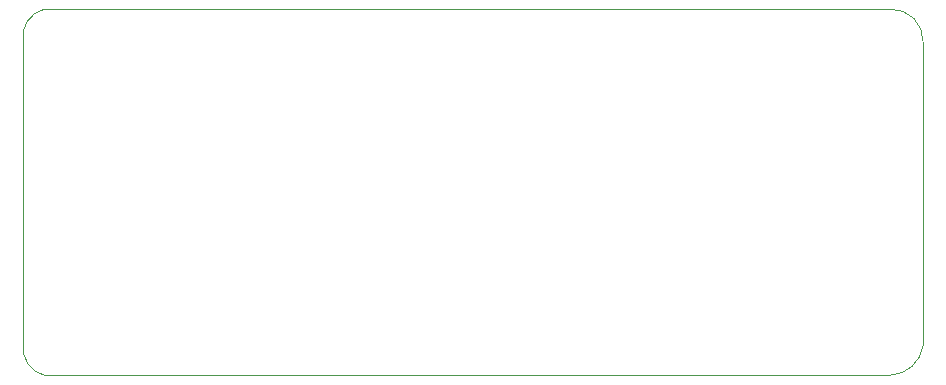
<source format=gbr>
%TF.GenerationSoftware,KiCad,Pcbnew,(6.0.6)*%
%TF.CreationDate,2023-06-09T12:55:26+02:00*%
%TF.ProjectId,FDAdapter,46444164-6170-4746-9572-2e6b69636164,rev?*%
%TF.SameCoordinates,Original*%
%TF.FileFunction,Profile,NP*%
%FSLAX46Y46*%
G04 Gerber Fmt 4.6, Leading zero omitted, Abs format (unit mm)*
G04 Created by KiCad (PCBNEW (6.0.6)) date 2023-06-09 12:55:26*
%MOMM*%
%LPD*%
G01*
G04 APERTURE LIST*
%TA.AperFunction,Profile*%
%ADD10C,0.100000*%
%TD*%
G04 APERTURE END LIST*
D10*
X121920003Y-47752011D02*
G75*
G03*
X120142000Y-50546000I609497J-2350589D01*
G01*
X193548000Y-47752000D02*
X121920000Y-47752000D01*
X120141999Y-76200000D02*
G75*
G03*
X121920000Y-78740000I2395517J-215438D01*
G01*
X120142000Y-50546000D02*
X120142000Y-76200000D01*
X193548000Y-78740001D02*
G75*
G03*
X196342000Y-76200000I-96718J2913090D01*
G01*
X196342000Y-76200000D02*
X196342000Y-50546000D01*
X121920000Y-78740000D02*
X193548000Y-78740000D01*
X196342000Y-50546000D02*
G75*
G03*
X193548000Y-47752000I-2675000J119000D01*
G01*
M02*

</source>
